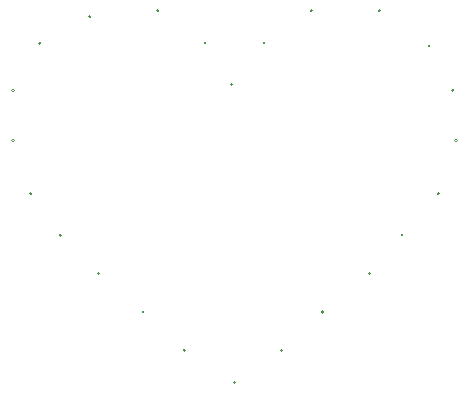
<source format=gbr>
%TF.GenerationSoftware,KiCad,Pcbnew,(6.0.10)*%
%TF.CreationDate,2023-01-16T11:38:01+01:00*%
%TF.ProjectId,Heart_NE555,48656172-745f-44e4-9535-35352e6b6963,rev?*%
%TF.SameCoordinates,Original*%
%TF.FileFunction,Legend,Top*%
%TF.FilePolarity,Positive*%
%FSLAX46Y46*%
G04 Gerber Fmt 4.6, Leading zero omitted, Abs format (unit mm)*
G04 Created by KiCad (PCBNEW (6.0.10)) date 2023-01-16 11:38:01*
%MOMM*%
%LPD*%
G01*
G04 APERTURE LIST*
%ADD10C,0.120000*%
G04 APERTURE END LIST*
D10*
%TO.C,D28*%
X120575000Y-97500000D02*
G75*
G03*
X120575000Y-97500000I-100000J0D01*
G01*
%TO.C,D27*%
X117075000Y-94250000D02*
G75*
G03*
X117075000Y-94250000I-100000J0D01*
G01*
%TO.C,D26*%
X113325000Y-91000000D02*
G75*
G03*
X113325000Y-91000000I-100000J0D01*
G01*
%TO.C,D25*%
X110075000Y-87750000D02*
G75*
G03*
X110075000Y-87750000I-100000J0D01*
G01*
%TO.C,D24*%
X107575000Y-84250000D02*
G75*
G03*
X107575000Y-84250000I-100000J0D01*
G01*
%TO.C,D23*%
X106075000Y-79750000D02*
G75*
G03*
X106075000Y-79750000I-100000J0D01*
G01*
%TO.C,D22*%
X106075000Y-75500000D02*
G75*
G03*
X106075000Y-75500000I-100000J0D01*
G01*
%TO.C,D19*%
X118325000Y-68750000D02*
G75*
G03*
X118325000Y-68750000I-100000J0D01*
G01*
%TO.C,D18*%
X122325000Y-71500000D02*
G75*
G03*
X122325000Y-71500000I-100000J0D01*
G01*
%TO.C,D17*%
X124550000Y-75000000D02*
G75*
G03*
X124550000Y-75000000I-100000J0D01*
G01*
%TO.C,D16*%
X127325000Y-71500000D02*
G75*
G03*
X127325000Y-71500000I-100000J0D01*
G01*
%TO.C,D15*%
X131325000Y-68750000D02*
G75*
G03*
X131325000Y-68750000I-100000J0D01*
G01*
%TO.C,D13*%
X141300000Y-71750000D02*
G75*
G03*
X141300000Y-71750000I-100000J0D01*
G01*
%TO.C,D8*%
X136275000Y-91000000D02*
G75*
G03*
X136275000Y-91000000I-100000J0D01*
G01*
%TO.C,D12*%
X143300000Y-75500000D02*
G75*
G03*
X143300000Y-75500000I-100000J0D01*
G01*
%TO.C,D5*%
X124825000Y-100250000D02*
G75*
G03*
X124825000Y-100250000I-100000J0D01*
G01*
%TO.C,D9*%
X139025000Y-87750000D02*
G75*
G03*
X139025000Y-87750000I-100000J0D01*
G01*
%TO.C,D7*%
X132275000Y-94250000D02*
G75*
G03*
X132275000Y-94250000I-100000J0D01*
G01*
%TO.C,D6*%
X128800000Y-97500000D02*
G75*
G03*
X128800000Y-97500000I-100000J0D01*
G01*
%TO.C,D11*%
X143575000Y-79750000D02*
G75*
G03*
X143575000Y-79750000I-100000J0D01*
G01*
%TO.C,D10*%
X142075000Y-84250000D02*
G75*
G03*
X142075000Y-84250000I-100000J0D01*
G01*
%TO.C,D14*%
X137075000Y-68750000D02*
G75*
G03*
X137075000Y-68750000I-100000J0D01*
G01*
%TO.C,D21*%
X108325000Y-71500000D02*
G75*
G03*
X108325000Y-71500000I-100000J0D01*
G01*
%TO.C,D20*%
X112575000Y-69250000D02*
G75*
G03*
X112575000Y-69250000I-100000J0D01*
G01*
%TD*%
M02*

</source>
